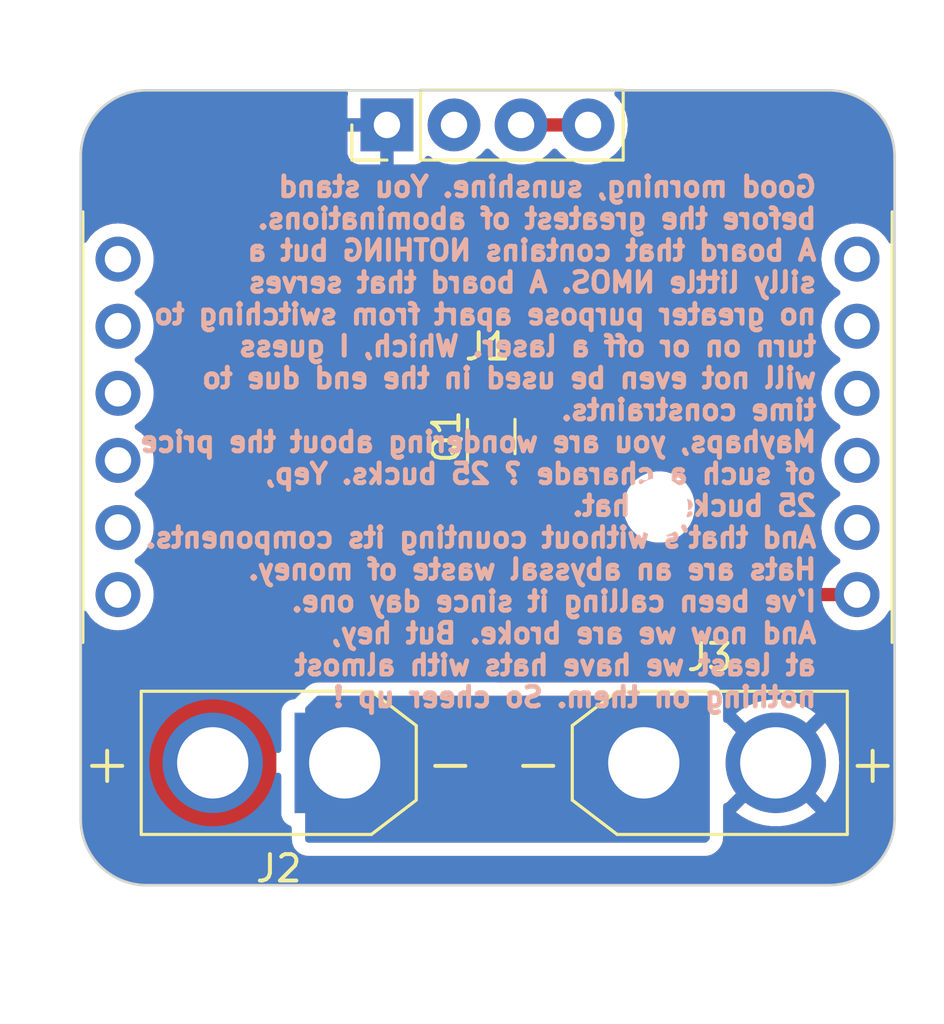
<source format=kicad_pcb>
(kicad_pcb (version 20221018) (generator pcbnew)
  (title_block (comment 4 "AISLER Project ID: OTJREFKB"))
  (layers (0 "F.Cu" signal) (31 "B.Cu" signal) (34 "B.Paste" user) (35 "F.Paste" user) (36 "B.SilkS" user "B.Silkscreen") (37 "F.SilkS" user "F.Silkscreen") (38 "B.Mask" user) (39 "F.Mask" user) (44 "Edge.Cuts" user))
  (net 0 "")
  (net 1 "GND")
  (net 2 "+3.3V")
  (net 9 "Net-(J1-GPIO_1)")
  (net 15 "+5V")
  (net 16 "+5V_EXT")
  (net 17 "Net-(J2-Pin_2)")
  (footprint "Connector_AMASS:AMASS_XT30U-M_1x02_P5.0mm_Vertical" (layer "F.Cu") (at 81.1 64.79 180)
    (fp_text reference "J2" (at 2.5 -4) (layer "F.SilkS"))
    (fp_text value "Conn_01x02")
    (fp_text user "-" (at -4 0) (layer "F.SilkS") (effects (font (size 1.5 1.5))))
    (fp_text user "+" (at 9 0) (layer "F.SilkS") (effects (font (size 1.5 1.5))))
    (fp_line (start -2.71 -1.41) (end -2.71 1.41) (stroke (width 0.12)) (layer "F.SilkS"))
    (fp_line (start -2.71 -1.41) (end -1.01 -2.71) (stroke (width 0.12)) (layer "F.SilkS"))
    (fp_line (start -2.71 1.41) (end -1.01 2.71) (stroke (width 0.12)) (layer "F.SilkS"))
    (fp_line (start -1.01 -2.71) (end 7.71 -2.71) (stroke (width 0.12)) (layer "F.SilkS"))
    (fp_line (start -1.01 2.71) (end 7.71 2.71) (stroke (width 0.12)) (layer "F.SilkS"))
    (fp_line (start 7.71 -2.71) (end 7.71 2.71) (stroke (width 0.12)) (layer "F.SilkS"))
    (pad "1" thru_hole rect (at 0 0 180) (size 3.8 3.8) (drill 2.7) (layers "*.Cu" "*.Mask") (net 16 "+5V_EXT"))
    (pad "2" thru_hole circle (at 5 0 180) (size 3.8 3.8) (drill 2.7) (layers "*.Cu" "*.Mask") (net 17 "Net-(J2-Pin_2)"))
  )
  (footprint "Package_TO_SOT_SMD:SOT-523" (layer "F.Cu") (at 86.65 52.435 90)
    (fp_text reference "Q1" (at 0 -1.7 90) (layer "F.SilkS"))
    (fp_text value "DMG1012T-7")
    (fp_line (start -1 -0.9) (end 0.65 -0.9) (stroke (width 0.12)) (layer "F.SilkS"))
    (fp_line (start 0.65 0.9) (end -0.65 0.9) (stroke (width 0.12)) (layer "F.SilkS"))
    (pad "1" smd rect (at -0.645 -0.5 270) (size 0.51 0.4) (layers "F.Cu" "F.Paste" "F.Mask") (net 17 "Net-(J2-Pin_2)"))
    (pad "2" smd rect (at -0.645 0.5 270) (size 0.51 0.4) (layers "F.Cu" "F.Paste" "F.Mask") (net 9 "Net-(J1-GPIO_1)"))
    (pad "3" smd rect (at 0.645 0 270) (size 0.51 0.4) (layers "F.Cu" "F.Paste" "F.Mask") (net 1 "GND"))
  )
  (footprint "Connector_AMASS:AMASS_XT30U-M_1x02_P5.0mm_Vertical" (layer "F.Cu") (at 92.43 64.79)
    (fp_text reference "J3" (at 2.5 -4) (layer "F.SilkS"))
    (fp_text value "Conn_01x02")
    (fp_text user "-" (at -4 0) (layer "F.SilkS") (effects (font (size 1.5 1.5))))
    (fp_text user "+" (at 8.67 0) (layer "F.SilkS") (effects (font (size 1.5 1.5))))
    (fp_line (start -2.71 -1.41) (end -2.71 1.41) (stroke (width 0.12)) (layer "F.SilkS"))
    (fp_line (start -2.71 -1.41) (end -1.01 -2.71) (stroke (width 0.12)) (layer "F.SilkS"))
    (fp_line (start -2.71 1.41) (end -1.01 2.71) (stroke (width 0.12)) (layer "F.SilkS"))
    (fp_line (start -1.01 -2.71) (end 7.71 -2.71) (stroke (width 0.12)) (layer "F.SilkS"))
    (fp_line (start -1.01 2.71) (end 7.71 2.71) (stroke (width 0.12)) (layer "F.SilkS"))
    (fp_line (start 7.71 -2.71) (end 7.71 2.71) (stroke (width 0.12)) (layer "F.SilkS"))
    (pad "1" thru_hole rect (at 0 0) (size 3.8 3.8) (drill 2.7) (layers "*.Cu" "*.Mask") (net 16 "+5V_EXT"))
    (pad "2" thru_hole circle (at 5 0) (size 3.8 3.8) (drill 2.7) (layers "*.Cu" "*.Mask") (net 1 "GND"))
  )
  (footprint "0_connectors:Hat_connector_hole" (layer "F.Cu") (at 86.51 49.53)
    (fp_text reference "J1" (at 0 -0.5 unlocked) (layer "F.SilkS"))
    (fp_text value "Hat_connector_hole" hide)
    (fp_line (start -15.33 -5.6) (end -15.33 10.7) (stroke (width 0.12)) (layer "F.SilkS"))
    (fp_line (start -5.14 -7.56) (end -5.14 -8.89) (stroke (width 0.12)) (layer "F.SilkS"))
    (fp_line (start -3.81 -7.56) (end -5.14 -7.56) (stroke (width 0.12)) (layer "F.SilkS"))
    (fp_line (start -2.54 -10.22) (end 5.14 -10.22) (stroke (width 0.12)) (layer "F.SilkS"))
    (fp_line (start -2.54 -7.56) (end -2.54 -10.22) (stroke (width 0.12)) (layer "F.SilkS"))
    (fp_line (start -2.54 -7.56) (end 5.14 -7.56) (stroke (width 0.12)) (layer "F.SilkS"))
    (fp_line (start 5.14 -7.56) (end 5.14 -10.22) (stroke (width 0.12)) (layer "F.SilkS"))
    (fp_line (start 15.33 -5.6) (end 15.33 10.7) (stroke (width 0.12)) (layer "F.SilkS"))
    (pad "" np_thru_hole circle (at 6.5 5.5725) (size 2.2 2.2) (drill 2.2) (layers "*.Cu" "*.Mask"))
    (pad "1" thru_hole rect (at -3.81 -8.89 90) (size 2 2) (drill 1) (layers "*.Cu" "*.Mask") (net 1 "GND"))
    (pad "2" thru_hole oval (at -1.27 -8.89 90) (size 2 2) (drill 1) (layers "*.Cu" "*.Mask") (net 2 "+3.3V"))
    (pad "3" thru_hole oval (at -14 -3.81) (size 1.7 1.7) (drill 1) (layers "*.Cu" "*.Mask"))
    (pad "4" thru_hole oval (at -14 -1.27) (size 1.7 1.7) (drill 1) (layers "*.Cu" "*.Mask"))
    (pad "5" thru_hole oval (at -14 1.27) (size 1.7 1.7) (drill 1) (layers "*.Cu" "*.Mask"))
    (pad "6" thru_hole oval (at -14 3.81) (size 1.7 1.7) (drill 1) (layers "*.Cu" "*.Mask"))
    (pad "7" thru_hole oval (at -14 6.35) (size 1.7 1.7) (drill 1) (layers "*.Cu" "*.Mask"))
    (pad "8" thru_hole oval (at -14 8.89) (size 1.7 1.7) (drill 1) (layers "*.Cu" "*.Mask"))
    (pad "9" thru_hole oval (at 14 8.89) (size 1.7 1.7) (drill 1) (layers "*.Cu" "*.Mask") (net 9 "Net-(J1-GPIO_1)"))
    (pad "10" thru_hole oval (at 14 6.35) (size 1.7 1.7) (drill 1) (layers "*.Cu" "*.Mask"))
    (pad "11" thru_hole oval (at 14 3.81) (size 1.7 1.7) (drill 1) (layers "*.Cu" "*.Mask"))
    (pad "12" thru_hole oval (at 14 1.27) (size 1.7 1.7) (drill 1) (layers "*.Cu" "*.Mask"))
    (pad "13" thru_hole oval (at 14 -1.27) (size 1.7 1.7) (drill 1) (layers "*.Cu" "*.Mask"))
    (pad "14" thru_hole oval (at 14 -3.81) (size 1.7 1.7) (drill 1) (layers "*.Cu" "*.Mask"))
    (pad "15" thru_hole oval (at 1.27 -8.89 90) (size 2 2) (drill 1) (layers "*.Cu" "*.Mask") (net 15 "+5V"))
    (pad "16" thru_hole oval (at 3.81 -8.89 90) (size 2 2) (drill 1) (layers "*.Cu" "*.Mask") (net 15 "+5V"))
  )
  (gr_line (start 101.93 66.92) (end 101.93 41.83) (stroke (width 0.1)) (layer "Edge.Cuts"))
  (gr_line (start 73.59 69.42) (end 99.43 69.42) (stroke (width 0.1)) (layer "Edge.Cuts"))
  (gr_line (start 99.43 39.33) (end 73.59 39.33) (stroke (width 0.1)) (layer "Edge.Cuts"))
  (gr_arc (start 71.1 41.82) (mid 71.829304 40.059304) (end 73.59 39.33) (stroke (width 0.1)) (layer "Edge.Cuts"))
  (gr_line (start 71.1 41.82) (end 71.1 66.93) (stroke (width 0.1)) (layer "Edge.Cuts"))
  (gr_arc (start 99.43 39.33) (mid 101.197767 40.062233) (end 101.93 41.83) (stroke (width 0.1)) (layer "Edge.Cuts"))
  (gr_arc (start 73.59 69.42) (mid 71.829304 68.690696) (end 71.1 66.93) (stroke (width 0.1)) (layer "Edge.Cuts"))
  (gr_arc (start 101.93 66.92) (mid 101.197767 68.687767) (end 99.43 69.42) (stroke (width 0.1)) (layer "Edge.Cuts"))
  (gr_text "Good morning, sunshine. You stand\nbefore the greatest of abominations.\nA board that contains NOTHING but a\nsilly little NMOS. A board that serves\nno greater purpose apart from switching to\nturn on or off a laser. Which, I guess\nwill not even be used in the end due to\ntime constraints. \nMayhaps, you are wondering about the price\nof such a charade ? 25 bucks. Yep, \n25 bucks a hat.\nAnd that's without counting its components.\nHats are an abyssal waste of money. \nI've been calling it since day one.\nAnd now we are broke. But hey,\nat least we have hats with almost \nnothing on them. So cheer up !" (at 99.06 62.738) (layer "B.SilkS") (effects (font (size 0.75 0.75) (thickness 0.1875) bold) (justify left bottom mirror)))
  (segment (start 92.49 58.42) (end 87.15 53.08) (width 0.5) (layer "F.Cu") (net 9))
  (segment (start 100.51 58.42) (end 92.49 58.42) (width 0.5) (layer "F.Cu") (net 9))
  (segment (start 87.78 40.64) (end 90.32 40.64) (width 0.5) (layer "F.Cu") (net 15))
  (zone (net 17) (net_name "Net-(J2-Pin_2)") (layer "F.Cu") (priority 1) (connect_pads yes (clearance 0.5)) (min_thickness 0.25) (fill yes (thermal_gap 0.5) (thermal_bridge_width 0.5))
    (polygon (pts (xy 73.17 61.19) (xy 74.11 60.25) (xy 76.35 60.25) (xy 84.165 52.435) (xy 86.65 52.435) (xy 86.65 60.96) (xy 85.86 61.75) (xy 78.66 61.75) (xy 78.51 61.9) (xy 78.51 67.21) (xy 77.86 67.86) (xy 73.72 67.86) (xy 73.17 67.31)))
  )
  (zone (net 1) (net_name "GND") (layers "F&B.Cu") (connect_pads (clearance 0.5)) (min_thickness 0.25) (fill yes (thermal_gap 0.5) (thermal_bridge_width 0.5))
    (polygon (pts (xy 68.04 35.91) (xy 68.04 74.69) (xy 103.67 74.69) (xy 103.81 74.55) (xy 103.81 35.91)))
  )
  (zone (net 16) (net_name "+5V_EXT") (layers "F&B.Cu") (priority 2) (connect_pads yes (clearance 0.5)) (min_thickness 0.25) (fill yes (thermal_gap 0.5) (thermal_bridge_width 0.5))
    (polygon (pts (xy 79.6 67.81) (xy 94.8 67.81) (xy 94.93 67.68) (xy 94.93 62.28) (xy 94.9 62.25) (xy 80.06 62.25) (xy 79.6 62.71)))
  )
)
</source>
